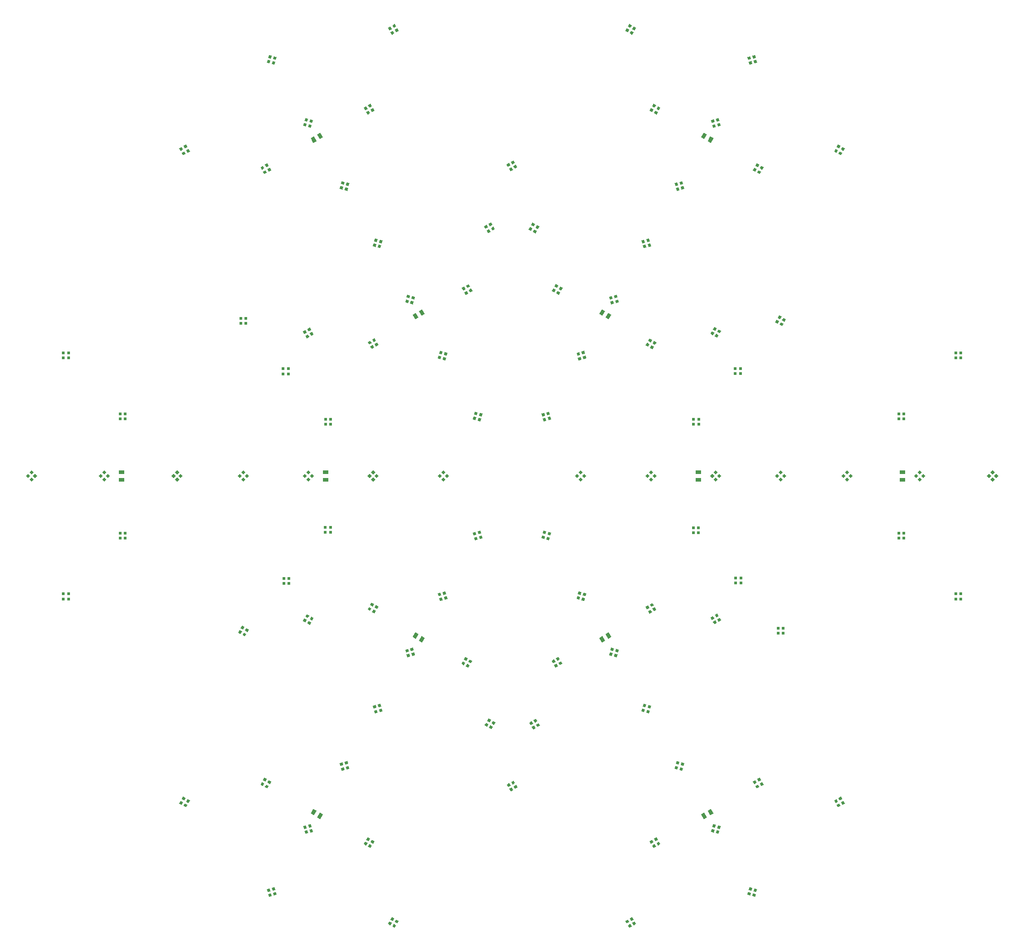
<source format=gbr>
G04 EAGLE Gerber RS-274X export*
G75*
%MOMM*%
%FSLAX34Y34*%
%LPD*%
%INSolderpaste Top*%
%IPPOS*%
%AMOC8*
5,1,8,0,0,1.08239X$1,22.5*%
G01*
%ADD10R,0.550000X0.550000*%
%ADD11R,0.550000X0.550000*%
%ADD12R,1.000000X0.700000*%
%ADD13R,0.700000X1.000000*%


D10*
G36*
X956717Y981111D02*
X952828Y985000D01*
X956717Y988889D01*
X960606Y985000D01*
X956717Y981111D01*
G37*
G36*
X950000Y974394D02*
X946111Y978283D01*
X950000Y982172D01*
X953889Y978283D01*
X950000Y974394D01*
G37*
G36*
X943282Y981111D02*
X939393Y985000D01*
X943282Y988889D01*
X947171Y985000D01*
X943282Y981111D01*
G37*
G36*
X950000Y987829D02*
X946111Y991718D01*
X950000Y995607D01*
X953889Y991718D01*
X950000Y987829D01*
G37*
G36*
X824217Y981111D02*
X820328Y985000D01*
X824217Y988889D01*
X828106Y985000D01*
X824217Y981111D01*
G37*
G36*
X817500Y974393D02*
X813611Y978282D01*
X817500Y982171D01*
X821389Y978282D01*
X817500Y974393D01*
G37*
G36*
X810782Y981111D02*
X806893Y985000D01*
X810782Y988889D01*
X814671Y985000D01*
X810782Y981111D01*
G37*
G36*
X817500Y987829D02*
X813611Y991718D01*
X817500Y995607D01*
X821389Y991718D01*
X817500Y987829D01*
G37*
D11*
X737250Y1082750D03*
X727750Y1082750D03*
X727750Y1092250D03*
X737250Y1092250D03*
X657250Y1177750D03*
X647750Y1177750D03*
X647750Y1187250D03*
X657250Y1187250D03*
X567750Y1272750D03*
X567750Y1282250D03*
X577250Y1282250D03*
X577250Y1272750D03*
D10*
G36*
X689517Y1260495D02*
X692267Y1255733D01*
X687505Y1252983D01*
X684755Y1257745D01*
X689517Y1260495D01*
G37*
G36*
X697745Y1265245D02*
X700495Y1260483D01*
X695733Y1257733D01*
X692983Y1262495D01*
X697745Y1265245D01*
G37*
G36*
X702495Y1257017D02*
X705245Y1252255D01*
X700483Y1249505D01*
X697733Y1254267D01*
X702495Y1257017D01*
G37*
G36*
X694267Y1252267D02*
X697017Y1247505D01*
X692255Y1244755D01*
X689505Y1249517D01*
X694267Y1252267D01*
G37*
D12*
X342500Y992000D03*
X342500Y978000D03*
D10*
G36*
X812017Y1240495D02*
X814767Y1235733D01*
X810005Y1232983D01*
X807255Y1237745D01*
X812017Y1240495D01*
G37*
G36*
X820245Y1245245D02*
X822995Y1240483D01*
X818233Y1237733D01*
X815483Y1242495D01*
X820245Y1245245D01*
G37*
G36*
X824995Y1237017D02*
X827745Y1232255D01*
X822983Y1229505D01*
X820233Y1234267D01*
X824995Y1237017D01*
G37*
G36*
X816767Y1232267D02*
X819517Y1227505D01*
X814755Y1224755D01*
X812005Y1229517D01*
X816767Y1232267D01*
G37*
G36*
X701718Y981111D02*
X697829Y985000D01*
X701718Y988889D01*
X705607Y985000D01*
X701718Y981111D01*
G37*
G36*
X695000Y974393D02*
X691111Y978282D01*
X695000Y982171D01*
X698889Y978282D01*
X695000Y974393D01*
G37*
G36*
X688283Y981111D02*
X684394Y985000D01*
X688283Y988889D01*
X692172Y985000D01*
X688283Y981111D01*
G37*
G36*
X695000Y987829D02*
X691111Y991718D01*
X695000Y995607D01*
X698889Y991718D01*
X695000Y987829D01*
G37*
G36*
X579217Y981111D02*
X575328Y985000D01*
X579217Y988889D01*
X583106Y985000D01*
X579217Y981111D01*
G37*
G36*
X572500Y974393D02*
X568611Y978282D01*
X572500Y982171D01*
X576389Y978282D01*
X572500Y974393D01*
G37*
G36*
X565782Y981111D02*
X561893Y985000D01*
X565782Y988889D01*
X569671Y985000D01*
X565782Y981111D01*
G37*
G36*
X572500Y987829D02*
X568611Y991718D01*
X572500Y995607D01*
X576389Y991718D01*
X572500Y987829D01*
G37*
G36*
X454218Y981111D02*
X450329Y985000D01*
X454218Y988889D01*
X458107Y985000D01*
X454218Y981111D01*
G37*
G36*
X447500Y974393D02*
X443611Y978282D01*
X447500Y982171D01*
X451389Y978282D01*
X447500Y974393D01*
G37*
G36*
X440782Y981111D02*
X436893Y985000D01*
X440782Y988889D01*
X444671Y985000D01*
X440782Y981111D01*
G37*
G36*
X447500Y987829D02*
X443611Y991718D01*
X447500Y995607D01*
X451389Y991718D01*
X447500Y987829D01*
G37*
D11*
X349750Y1092750D03*
X340250Y1092750D03*
X340250Y1102250D03*
X349750Y1102250D03*
X242250Y1207750D03*
X232750Y1207750D03*
X232750Y1217250D03*
X242250Y1217250D03*
X349750Y877250D03*
X349750Y867750D03*
X340250Y867750D03*
X340250Y877250D03*
X242250Y762250D03*
X242250Y752750D03*
X232750Y752750D03*
X232750Y762250D03*
D10*
G36*
X316718Y981111D02*
X312829Y985000D01*
X316718Y988889D01*
X320607Y985000D01*
X316718Y981111D01*
G37*
G36*
X310000Y974393D02*
X306111Y978282D01*
X310000Y982171D01*
X313889Y978282D01*
X310000Y974393D01*
G37*
G36*
X303283Y981111D02*
X299394Y985000D01*
X303283Y988889D01*
X307172Y985000D01*
X303283Y981111D01*
G37*
G36*
X310000Y987829D02*
X306111Y991718D01*
X310000Y995607D01*
X313889Y991718D01*
X310000Y987829D01*
G37*
G36*
X179217Y981111D02*
X175328Y985000D01*
X179217Y988889D01*
X183106Y985000D01*
X179217Y981111D01*
G37*
G36*
X172500Y974393D02*
X168611Y978282D01*
X172500Y982171D01*
X176389Y978282D01*
X172500Y974393D01*
G37*
G36*
X165782Y981111D02*
X161893Y985000D01*
X165782Y988889D01*
X169671Y985000D01*
X165782Y981111D01*
G37*
G36*
X172500Y987828D02*
X168611Y991717D01*
X172500Y995606D01*
X176389Y991717D01*
X172500Y987828D01*
G37*
D12*
X727500Y992000D03*
X727500Y978000D03*
D10*
G36*
X1021550Y876597D02*
X1016238Y875173D01*
X1014814Y880485D01*
X1020126Y881909D01*
X1021550Y876597D01*
G37*
G36*
X1024009Y867421D02*
X1018697Y865997D01*
X1017273Y871309D01*
X1022585Y872733D01*
X1024009Y867421D01*
G37*
G36*
X1014832Y864962D02*
X1009520Y863538D01*
X1008096Y868850D01*
X1013408Y870274D01*
X1014832Y864962D01*
G37*
G36*
X1012373Y874138D02*
X1007061Y872714D01*
X1005637Y878026D01*
X1010949Y879450D01*
X1012373Y874138D01*
G37*
G36*
X955300Y761848D02*
X949988Y760424D01*
X948564Y765736D01*
X953876Y767160D01*
X955300Y761848D01*
G37*
G36*
X957759Y752672D02*
X952447Y751248D01*
X951023Y756560D01*
X956335Y757984D01*
X957759Y752672D01*
G37*
G36*
X948582Y750213D02*
X943270Y748789D01*
X941846Y754101D01*
X947158Y755525D01*
X948582Y750213D01*
G37*
G36*
X946123Y759390D02*
X940811Y757966D01*
X939387Y763278D01*
X944699Y764702D01*
X946123Y759390D01*
G37*
G36*
X824800Y733595D02*
X820038Y736345D01*
X822788Y741107D01*
X827550Y738357D01*
X824800Y733595D01*
G37*
G36*
X820050Y725368D02*
X815288Y728118D01*
X818038Y732880D01*
X822800Y730130D01*
X820050Y725368D01*
G37*
G36*
X811823Y730118D02*
X807061Y732868D01*
X809811Y737630D01*
X814573Y734880D01*
X811823Y730118D01*
G37*
G36*
X816573Y738345D02*
X811811Y741095D01*
X814561Y745857D01*
X819323Y743107D01*
X816573Y738345D01*
G37*
G36*
X702528Y711813D02*
X697766Y714563D01*
X700516Y719325D01*
X705278Y716575D01*
X702528Y711813D01*
G37*
G36*
X697778Y703586D02*
X693016Y706336D01*
X695766Y711098D01*
X700528Y708348D01*
X697778Y703586D01*
G37*
G36*
X689550Y708336D02*
X684788Y711086D01*
X687538Y715848D01*
X692300Y713098D01*
X689550Y708336D01*
G37*
G36*
X694300Y716563D02*
X689538Y719313D01*
X692288Y724075D01*
X697050Y721325D01*
X694300Y716563D01*
G37*
G36*
X570743Y684554D02*
X573493Y689316D01*
X578255Y686566D01*
X575505Y681804D01*
X570743Y684554D01*
G37*
G36*
X562516Y689304D02*
X565266Y694066D01*
X570028Y691316D01*
X567278Y686554D01*
X562516Y689304D01*
G37*
G36*
X567266Y697531D02*
X570016Y702293D01*
X574778Y699543D01*
X572028Y694781D01*
X567266Y697531D01*
G37*
G36*
X575493Y692781D02*
X578243Y697543D01*
X583005Y694793D01*
X580255Y690031D01*
X575493Y692781D01*
G37*
D11*
X648746Y782137D03*
X648746Y791637D03*
X658246Y791637D03*
X658246Y782137D03*
D13*
G36*
X704480Y356193D02*
X710542Y352693D01*
X705542Y344033D01*
X699480Y347533D01*
X704480Y356193D01*
G37*
G36*
X716604Y349193D02*
X722666Y345693D01*
X717666Y337033D01*
X711604Y340533D01*
X716604Y349193D01*
G37*
D11*
X727317Y878225D03*
X727317Y887725D03*
X736817Y887725D03*
X736817Y878225D03*
D10*
G36*
X894050Y655760D02*
X888738Y654336D01*
X887314Y659648D01*
X892626Y661072D01*
X894050Y655760D01*
G37*
G36*
X896509Y646584D02*
X891197Y645160D01*
X889773Y650472D01*
X895085Y651896D01*
X896509Y646584D01*
G37*
G36*
X887332Y644125D02*
X882020Y642701D01*
X880596Y648013D01*
X885908Y649437D01*
X887332Y644125D01*
G37*
G36*
X884873Y653302D02*
X879561Y651878D01*
X878137Y657190D01*
X883449Y658614D01*
X884873Y653302D01*
G37*
G36*
X832800Y549672D02*
X827488Y548248D01*
X826064Y553560D01*
X831376Y554984D01*
X832800Y549672D01*
G37*
G36*
X835259Y540496D02*
X829947Y539072D01*
X828523Y544384D01*
X833835Y545808D01*
X835259Y540496D01*
G37*
G36*
X826082Y538037D02*
X820770Y536613D01*
X819346Y541925D01*
X824658Y543349D01*
X826082Y538037D01*
G37*
G36*
X823623Y547213D02*
X818311Y545789D01*
X816887Y551101D01*
X822199Y552525D01*
X823623Y547213D01*
G37*
G36*
X770300Y441419D02*
X764988Y439995D01*
X763564Y445307D01*
X768876Y446731D01*
X770300Y441419D01*
G37*
G36*
X772759Y432243D02*
X767447Y430819D01*
X766023Y436131D01*
X771335Y437555D01*
X772759Y432243D01*
G37*
G36*
X763582Y429784D02*
X758270Y428360D01*
X756846Y433672D01*
X762158Y435096D01*
X763582Y429784D01*
G37*
G36*
X761123Y438960D02*
X755811Y437536D01*
X754387Y442848D01*
X759699Y444272D01*
X761123Y438960D01*
G37*
G36*
X622390Y403011D02*
X617628Y405761D01*
X620378Y410523D01*
X625140Y407773D01*
X622390Y403011D01*
G37*
G36*
X617640Y394783D02*
X612878Y397533D01*
X615628Y402295D01*
X620390Y399545D01*
X617640Y394783D01*
G37*
G36*
X609413Y399533D02*
X604651Y402283D01*
X607401Y407045D01*
X612163Y404295D01*
X609413Y399533D01*
G37*
G36*
X614163Y407761D02*
X609401Y410511D01*
X612151Y415273D01*
X616913Y412523D01*
X614163Y407761D01*
G37*
G36*
X469047Y367413D02*
X464285Y370163D01*
X467035Y374925D01*
X471797Y372175D01*
X469047Y367413D01*
G37*
G36*
X464297Y359186D02*
X459535Y361936D01*
X462285Y366698D01*
X467047Y363948D01*
X464297Y359186D01*
G37*
G36*
X456070Y363936D02*
X451308Y366686D01*
X454058Y371448D01*
X458820Y368698D01*
X456070Y363936D01*
G37*
G36*
X460820Y372163D02*
X456058Y374913D01*
X458808Y379675D01*
X463570Y376925D01*
X460820Y372163D01*
G37*
G36*
X811768Y300023D02*
X809018Y295261D01*
X804256Y298011D01*
X807006Y302773D01*
X811768Y300023D01*
G37*
G36*
X819995Y295273D02*
X817245Y290511D01*
X812483Y293261D01*
X815233Y298023D01*
X819995Y295273D01*
G37*
G36*
X815245Y287045D02*
X812495Y282283D01*
X807733Y285033D01*
X810483Y289795D01*
X815245Y287045D01*
G37*
G36*
X807018Y291795D02*
X804268Y287033D01*
X799506Y289783D01*
X802256Y294545D01*
X807018Y291795D01*
G37*
G36*
X857611Y149425D02*
X854861Y144663D01*
X850099Y147413D01*
X852849Y152175D01*
X857611Y149425D01*
G37*
G36*
X865838Y144675D02*
X863088Y139913D01*
X858326Y142663D01*
X861076Y147425D01*
X865838Y144675D01*
G37*
G36*
X861088Y136448D02*
X858338Y131686D01*
X853576Y134436D01*
X856326Y139198D01*
X861088Y136448D01*
G37*
G36*
X852861Y141198D02*
X850111Y136436D01*
X845349Y139186D01*
X848099Y143948D01*
X852861Y141198D01*
G37*
G36*
X701550Y322341D02*
X696238Y320917D01*
X694814Y326229D01*
X700126Y327653D01*
X701550Y322341D01*
G37*
G36*
X704009Y313164D02*
X698697Y311740D01*
X697273Y317052D01*
X702585Y318476D01*
X704009Y313164D01*
G37*
G36*
X694832Y310706D02*
X689520Y309282D01*
X688096Y314594D01*
X693408Y316018D01*
X694832Y310706D01*
G37*
G36*
X692373Y319882D02*
X687061Y318458D01*
X685637Y323770D01*
X690949Y325194D01*
X692373Y319882D01*
G37*
G36*
X632800Y203262D02*
X627488Y201838D01*
X626064Y207150D01*
X631376Y208574D01*
X632800Y203262D01*
G37*
G36*
X635259Y194086D02*
X629947Y192662D01*
X628523Y197974D01*
X633835Y199398D01*
X635259Y194086D01*
G37*
G36*
X626082Y191627D02*
X620770Y190203D01*
X619346Y195515D01*
X624658Y196939D01*
X626082Y191627D01*
G37*
G36*
X623623Y200803D02*
X618311Y199379D01*
X616887Y204691D01*
X622199Y206115D01*
X623623Y200803D01*
G37*
D13*
G36*
X896980Y689613D02*
X903042Y686113D01*
X898042Y677453D01*
X891980Y680953D01*
X896980Y689613D01*
G37*
G36*
X909104Y682613D02*
X915166Y679113D01*
X910166Y670453D01*
X904104Y673953D01*
X909104Y682613D01*
G37*
D10*
G36*
X1144478Y880485D02*
X1143054Y875173D01*
X1137742Y876597D01*
X1139166Y881909D01*
X1144478Y880485D01*
G37*
G36*
X1153655Y878026D02*
X1152231Y872714D01*
X1146919Y874138D01*
X1148343Y879450D01*
X1153655Y878026D01*
G37*
G36*
X1151196Y868850D02*
X1149772Y863538D01*
X1144460Y864962D01*
X1145884Y870274D01*
X1151196Y868850D01*
G37*
G36*
X1142019Y871309D02*
X1140595Y865997D01*
X1135283Y867421D01*
X1136707Y872733D01*
X1142019Y871309D01*
G37*
G36*
X1210728Y765736D02*
X1209304Y760424D01*
X1203992Y761848D01*
X1205416Y767160D01*
X1210728Y765736D01*
G37*
G36*
X1219905Y763278D02*
X1218481Y757966D01*
X1213169Y759390D01*
X1214593Y764702D01*
X1219905Y763278D01*
G37*
G36*
X1217446Y754101D02*
X1216022Y748789D01*
X1210710Y750213D01*
X1212134Y755525D01*
X1217446Y754101D01*
G37*
G36*
X1208269Y756560D02*
X1206845Y751248D01*
X1201533Y752672D01*
X1202957Y757984D01*
X1208269Y756560D01*
G37*
G36*
X1169946Y638595D02*
X1165184Y635845D01*
X1162434Y640607D01*
X1167196Y643357D01*
X1169946Y638595D01*
G37*
G36*
X1174696Y630368D02*
X1169934Y627618D01*
X1167184Y632380D01*
X1171946Y635130D01*
X1174696Y630368D01*
G37*
G36*
X1166469Y625618D02*
X1161707Y622868D01*
X1158957Y627630D01*
X1163719Y630380D01*
X1166469Y625618D01*
G37*
G36*
X1161719Y633845D02*
X1156957Y631095D01*
X1154207Y635857D01*
X1158969Y638607D01*
X1161719Y633845D01*
G37*
G36*
X1127674Y521813D02*
X1122912Y519063D01*
X1120162Y523825D01*
X1124924Y526575D01*
X1127674Y521813D01*
G37*
G36*
X1132424Y513586D02*
X1127662Y510836D01*
X1124912Y515598D01*
X1129674Y518348D01*
X1132424Y513586D01*
G37*
G36*
X1124196Y508836D02*
X1119434Y506086D01*
X1116684Y510848D01*
X1121446Y513598D01*
X1124196Y508836D01*
G37*
G36*
X1119446Y517063D02*
X1114684Y514313D01*
X1111934Y519075D01*
X1116696Y521825D01*
X1119446Y517063D01*
G37*
G36*
X1085389Y394054D02*
X1082639Y398816D01*
X1087401Y401566D01*
X1090151Y396804D01*
X1085389Y394054D01*
G37*
G36*
X1077162Y389304D02*
X1074412Y394066D01*
X1079174Y396816D01*
X1081924Y392054D01*
X1077162Y389304D01*
G37*
G36*
X1072412Y397531D02*
X1069662Y402293D01*
X1074424Y405043D01*
X1077174Y400281D01*
X1072412Y397531D01*
G37*
G36*
X1080639Y402281D02*
X1077889Y407043D01*
X1082651Y409793D01*
X1085401Y405031D01*
X1080639Y402281D01*
G37*
G36*
X1036125Y509392D02*
X1038875Y514154D01*
X1043637Y511404D01*
X1040887Y506642D01*
X1036125Y509392D01*
G37*
G36*
X1027897Y514142D02*
X1030647Y518904D01*
X1035409Y516154D01*
X1032659Y511392D01*
X1027897Y514142D01*
G37*
G36*
X1032647Y522369D02*
X1035397Y527131D01*
X1040159Y524381D01*
X1037409Y519619D01*
X1032647Y522369D01*
G37*
G36*
X1040875Y517619D02*
X1043625Y522381D01*
X1048387Y519631D01*
X1045637Y514869D01*
X1040875Y517619D01*
G37*
D13*
G36*
X1436626Y345693D02*
X1442688Y349193D01*
X1447688Y340533D01*
X1441626Y337033D01*
X1436626Y345693D01*
G37*
G36*
X1448750Y352693D02*
X1454812Y356193D01*
X1459812Y347533D01*
X1453750Y344033D01*
X1448750Y352693D01*
G37*
D10*
G36*
X992195Y625480D02*
X994945Y630242D01*
X999707Y627492D01*
X996957Y622730D01*
X992195Y625480D01*
G37*
G36*
X983968Y630230D02*
X986718Y634992D01*
X991480Y632242D01*
X988730Y627480D01*
X983968Y630230D01*
G37*
G36*
X988718Y638458D02*
X991468Y643220D01*
X996230Y640470D01*
X993480Y635708D01*
X988718Y638458D01*
G37*
G36*
X996945Y633708D02*
X999695Y638470D01*
X1004457Y635720D01*
X1001707Y630958D01*
X996945Y633708D01*
G37*
G36*
X1271978Y659648D02*
X1270554Y654336D01*
X1265242Y655760D01*
X1266666Y661072D01*
X1271978Y659648D01*
G37*
G36*
X1281155Y657190D02*
X1279731Y651878D01*
X1274419Y653302D01*
X1275843Y658614D01*
X1281155Y657190D01*
G37*
G36*
X1278696Y648013D02*
X1277272Y642701D01*
X1271960Y644125D01*
X1273384Y649437D01*
X1278696Y648013D01*
G37*
G36*
X1269519Y650472D02*
X1268095Y645160D01*
X1262783Y646584D01*
X1264207Y651896D01*
X1269519Y650472D01*
G37*
G36*
X1333228Y553560D02*
X1331804Y548248D01*
X1326492Y549672D01*
X1327916Y554984D01*
X1333228Y553560D01*
G37*
G36*
X1342405Y551101D02*
X1340981Y545789D01*
X1335669Y547213D01*
X1337093Y552525D01*
X1342405Y551101D01*
G37*
G36*
X1339946Y541925D02*
X1338522Y536613D01*
X1333210Y538037D01*
X1334634Y543349D01*
X1339946Y541925D01*
G37*
G36*
X1330769Y544384D02*
X1329345Y539072D01*
X1324033Y540496D01*
X1325457Y545808D01*
X1330769Y544384D01*
G37*
G36*
X1395728Y445307D02*
X1394304Y439995D01*
X1388992Y441419D01*
X1390416Y446731D01*
X1395728Y445307D01*
G37*
G36*
X1404905Y442848D02*
X1403481Y437536D01*
X1398169Y438960D01*
X1399593Y444272D01*
X1404905Y442848D01*
G37*
G36*
X1402446Y433672D02*
X1401022Y428360D01*
X1395710Y429784D01*
X1397134Y435096D01*
X1402446Y433672D01*
G37*
G36*
X1393269Y436131D02*
X1391845Y430819D01*
X1386533Y432243D01*
X1387957Y437555D01*
X1393269Y436131D01*
G37*
G36*
X1355036Y298011D02*
X1350274Y295261D01*
X1347524Y300023D01*
X1352286Y302773D01*
X1355036Y298011D01*
G37*
G36*
X1359786Y289783D02*
X1355024Y287033D01*
X1352274Y291795D01*
X1357036Y294545D01*
X1359786Y289783D01*
G37*
G36*
X1351559Y285033D02*
X1346797Y282283D01*
X1344047Y287045D01*
X1348809Y289795D01*
X1351559Y285033D01*
G37*
G36*
X1346809Y293261D02*
X1342047Y290511D01*
X1339297Y295273D01*
X1344059Y298023D01*
X1346809Y293261D01*
G37*
G36*
X1309193Y147413D02*
X1304431Y144663D01*
X1301681Y149425D01*
X1306443Y152175D01*
X1309193Y147413D01*
G37*
G36*
X1313943Y139186D02*
X1309181Y136436D01*
X1306431Y141198D01*
X1311193Y143948D01*
X1313943Y139186D01*
G37*
G36*
X1305716Y134436D02*
X1300954Y131686D01*
X1298204Y136448D01*
X1302966Y139198D01*
X1305716Y134436D01*
G37*
G36*
X1300966Y142663D02*
X1296204Y139913D01*
X1293454Y144675D01*
X1298216Y147425D01*
X1300966Y142663D01*
G37*
G36*
X1538914Y410523D02*
X1541664Y405761D01*
X1536902Y403011D01*
X1534152Y407773D01*
X1538914Y410523D01*
G37*
G36*
X1547141Y415273D02*
X1549891Y410511D01*
X1545129Y407761D01*
X1542379Y412523D01*
X1547141Y415273D01*
G37*
G36*
X1551891Y407045D02*
X1554641Y402283D01*
X1549879Y399533D01*
X1547129Y404295D01*
X1551891Y407045D01*
G37*
G36*
X1543664Y402295D02*
X1546414Y397533D01*
X1541652Y394783D01*
X1538902Y399545D01*
X1543664Y402295D01*
G37*
G36*
X1692257Y374925D02*
X1695007Y370163D01*
X1690245Y367413D01*
X1687495Y372175D01*
X1692257Y374925D01*
G37*
G36*
X1700484Y379675D02*
X1703234Y374913D01*
X1698472Y372163D01*
X1695722Y376925D01*
X1700484Y379675D01*
G37*
G36*
X1705234Y371448D02*
X1707984Y366686D01*
X1703222Y363936D01*
X1700472Y368698D01*
X1705234Y371448D01*
G37*
G36*
X1697007Y366698D02*
X1699757Y361936D01*
X1694995Y359186D01*
X1692245Y363948D01*
X1697007Y366698D01*
G37*
G36*
X1464478Y326229D02*
X1463054Y320917D01*
X1457742Y322341D01*
X1459166Y327653D01*
X1464478Y326229D01*
G37*
G36*
X1473655Y323770D02*
X1472231Y318458D01*
X1466919Y319882D01*
X1468343Y325194D01*
X1473655Y323770D01*
G37*
G36*
X1471196Y314594D02*
X1469772Y309282D01*
X1464460Y310706D01*
X1465884Y316018D01*
X1471196Y314594D01*
G37*
G36*
X1462019Y317052D02*
X1460595Y311740D01*
X1455283Y313164D01*
X1456707Y318476D01*
X1462019Y317052D01*
G37*
G36*
X1533228Y207150D02*
X1531804Y201838D01*
X1526492Y203262D01*
X1527916Y208574D01*
X1533228Y207150D01*
G37*
G36*
X1542405Y204691D02*
X1540981Y199379D01*
X1535669Y200803D01*
X1537093Y206115D01*
X1542405Y204691D01*
G37*
G36*
X1539946Y195515D02*
X1538522Y190203D01*
X1533210Y191627D01*
X1534634Y196939D01*
X1539946Y195515D01*
G37*
G36*
X1530769Y197974D02*
X1529345Y192662D01*
X1524033Y194086D01*
X1525457Y199398D01*
X1530769Y197974D01*
G37*
D13*
G36*
X1244126Y679113D02*
X1250188Y682613D01*
X1255188Y673953D01*
X1249126Y670453D01*
X1244126Y679113D01*
G37*
G36*
X1256250Y686113D02*
X1262312Y689613D01*
X1267312Y680953D01*
X1261250Y677453D01*
X1256250Y686113D01*
G37*
D10*
G36*
X1202574Y988889D02*
X1206463Y985000D01*
X1202574Y981111D01*
X1198685Y985000D01*
X1202574Y988889D01*
G37*
G36*
X1209292Y995607D02*
X1213181Y991718D01*
X1209292Y987829D01*
X1205403Y991718D01*
X1209292Y995607D01*
G37*
G36*
X1216009Y988889D02*
X1219898Y985000D01*
X1216009Y981111D01*
X1212120Y985000D01*
X1216009Y988889D01*
G37*
G36*
X1209292Y982171D02*
X1213181Y978282D01*
X1209292Y974393D01*
X1205403Y978282D01*
X1209292Y982171D01*
G37*
G36*
X1335074Y988889D02*
X1338963Y985000D01*
X1335074Y981111D01*
X1331185Y985000D01*
X1335074Y988889D01*
G37*
G36*
X1341792Y995607D02*
X1345681Y991718D01*
X1341792Y987829D01*
X1337903Y991718D01*
X1341792Y995607D01*
G37*
G36*
X1348509Y988889D02*
X1352398Y985000D01*
X1348509Y981111D01*
X1344620Y985000D01*
X1348509Y988889D01*
G37*
G36*
X1341792Y982171D02*
X1345681Y978282D01*
X1341792Y974393D01*
X1337903Y978282D01*
X1341792Y982171D01*
G37*
D11*
X1422042Y887250D03*
X1431542Y887250D03*
X1431542Y877750D03*
X1422042Y877750D03*
X1502042Y792250D03*
X1511542Y792250D03*
X1511542Y782750D03*
X1502042Y782750D03*
X1591542Y697250D03*
X1591542Y687750D03*
X1582042Y687750D03*
X1582042Y697250D03*
D10*
G36*
X1469775Y709505D02*
X1467025Y714267D01*
X1471787Y717017D01*
X1474537Y712255D01*
X1469775Y709505D01*
G37*
G36*
X1461547Y704755D02*
X1458797Y709517D01*
X1463559Y712267D01*
X1466309Y707505D01*
X1461547Y704755D01*
G37*
G36*
X1456797Y712983D02*
X1454047Y717745D01*
X1458809Y720495D01*
X1461559Y715733D01*
X1456797Y712983D01*
G37*
G36*
X1465025Y717733D02*
X1462275Y722495D01*
X1467037Y725245D01*
X1469787Y720483D01*
X1465025Y717733D01*
G37*
D12*
X1816792Y978000D03*
X1816792Y992000D03*
D10*
G36*
X1347275Y729505D02*
X1344525Y734267D01*
X1349287Y737017D01*
X1352037Y732255D01*
X1347275Y729505D01*
G37*
G36*
X1339047Y724755D02*
X1336297Y729517D01*
X1341059Y732267D01*
X1343809Y727505D01*
X1339047Y724755D01*
G37*
G36*
X1334297Y732983D02*
X1331547Y737745D01*
X1336309Y740495D01*
X1339059Y735733D01*
X1334297Y732983D01*
G37*
G36*
X1342525Y737733D02*
X1339775Y742495D01*
X1344537Y745245D01*
X1347287Y740483D01*
X1342525Y737733D01*
G37*
G36*
X1457574Y988889D02*
X1461463Y985000D01*
X1457574Y981111D01*
X1453685Y985000D01*
X1457574Y988889D01*
G37*
G36*
X1464292Y995607D02*
X1468181Y991718D01*
X1464292Y987829D01*
X1460403Y991718D01*
X1464292Y995607D01*
G37*
G36*
X1471009Y988889D02*
X1474898Y985000D01*
X1471009Y981111D01*
X1467120Y985000D01*
X1471009Y988889D01*
G37*
G36*
X1464292Y982171D02*
X1468181Y978282D01*
X1464292Y974393D01*
X1460403Y978282D01*
X1464292Y982171D01*
G37*
G36*
X1580074Y988889D02*
X1583963Y985000D01*
X1580074Y981111D01*
X1576185Y985000D01*
X1580074Y988889D01*
G37*
G36*
X1586792Y995607D02*
X1590681Y991718D01*
X1586792Y987829D01*
X1582903Y991718D01*
X1586792Y995607D01*
G37*
G36*
X1593509Y988889D02*
X1597398Y985000D01*
X1593509Y981111D01*
X1589620Y985000D01*
X1593509Y988889D01*
G37*
G36*
X1586792Y982171D02*
X1590681Y978282D01*
X1586792Y974393D01*
X1582903Y978282D01*
X1586792Y982171D01*
G37*
G36*
X1705074Y988889D02*
X1708963Y985000D01*
X1705074Y981111D01*
X1701185Y985000D01*
X1705074Y988889D01*
G37*
G36*
X1711792Y995607D02*
X1715681Y991718D01*
X1711792Y987829D01*
X1707903Y991718D01*
X1711792Y995607D01*
G37*
G36*
X1718509Y988889D02*
X1722398Y985000D01*
X1718509Y981111D01*
X1714620Y985000D01*
X1718509Y988889D01*
G37*
G36*
X1711792Y982171D02*
X1715681Y978282D01*
X1711792Y974393D01*
X1707903Y978282D01*
X1711792Y982171D01*
G37*
D11*
X1809542Y877250D03*
X1819042Y877250D03*
X1819042Y867750D03*
X1809542Y867750D03*
X1917042Y762250D03*
X1926542Y762250D03*
X1926542Y752750D03*
X1917042Y752750D03*
X1809542Y1092750D03*
X1809542Y1102250D03*
X1819042Y1102250D03*
X1819042Y1092750D03*
X1917042Y1207750D03*
X1917042Y1217250D03*
X1926542Y1217250D03*
X1926542Y1207750D03*
D10*
G36*
X1842574Y988889D02*
X1846463Y985000D01*
X1842574Y981111D01*
X1838685Y985000D01*
X1842574Y988889D01*
G37*
G36*
X1849292Y995607D02*
X1853181Y991718D01*
X1849292Y987829D01*
X1845403Y991718D01*
X1849292Y995607D01*
G37*
G36*
X1856009Y988889D02*
X1859898Y985000D01*
X1856009Y981111D01*
X1852120Y985000D01*
X1856009Y988889D01*
G37*
G36*
X1849292Y982171D02*
X1853181Y978282D01*
X1849292Y974393D01*
X1845403Y978282D01*
X1849292Y982171D01*
G37*
G36*
X1980074Y988889D02*
X1983963Y985000D01*
X1980074Y981111D01*
X1976185Y985000D01*
X1980074Y988889D01*
G37*
G36*
X1986792Y995607D02*
X1990681Y991718D01*
X1986792Y987829D01*
X1982903Y991718D01*
X1986792Y995607D01*
G37*
G36*
X1993510Y988889D02*
X1997399Y985000D01*
X1993510Y981111D01*
X1989621Y985000D01*
X1993510Y988889D01*
G37*
G36*
X1986792Y982172D02*
X1990681Y978283D01*
X1986792Y974394D01*
X1982903Y978283D01*
X1986792Y982172D01*
G37*
D12*
X1431792Y978000D03*
X1431792Y992000D03*
D10*
G36*
X1137742Y1093403D02*
X1143054Y1094827D01*
X1144478Y1089515D01*
X1139166Y1088091D01*
X1137742Y1093403D01*
G37*
G36*
X1135283Y1102579D02*
X1140595Y1104003D01*
X1142019Y1098691D01*
X1136707Y1097267D01*
X1135283Y1102579D01*
G37*
G36*
X1144460Y1105038D02*
X1149772Y1106462D01*
X1151196Y1101150D01*
X1145884Y1099726D01*
X1144460Y1105038D01*
G37*
G36*
X1146919Y1095862D02*
X1152231Y1097286D01*
X1153655Y1091974D01*
X1148343Y1090550D01*
X1146919Y1095862D01*
G37*
G36*
X1203992Y1208152D02*
X1209304Y1209576D01*
X1210728Y1204264D01*
X1205416Y1202840D01*
X1203992Y1208152D01*
G37*
G36*
X1201533Y1217328D02*
X1206845Y1218752D01*
X1208269Y1213440D01*
X1202957Y1212016D01*
X1201533Y1217328D01*
G37*
G36*
X1210710Y1219787D02*
X1216022Y1221211D01*
X1217446Y1215899D01*
X1212134Y1214475D01*
X1210710Y1219787D01*
G37*
G36*
X1213169Y1210610D02*
X1218481Y1212034D01*
X1219905Y1206722D01*
X1214593Y1205298D01*
X1213169Y1210610D01*
G37*
G36*
X1334492Y1236405D02*
X1339254Y1233655D01*
X1336504Y1228893D01*
X1331742Y1231643D01*
X1334492Y1236405D01*
G37*
G36*
X1339242Y1244632D02*
X1344004Y1241882D01*
X1341254Y1237120D01*
X1336492Y1239870D01*
X1339242Y1244632D01*
G37*
G36*
X1347469Y1239882D02*
X1352231Y1237132D01*
X1349481Y1232370D01*
X1344719Y1235120D01*
X1347469Y1239882D01*
G37*
G36*
X1342719Y1231655D02*
X1347481Y1228905D01*
X1344731Y1224143D01*
X1339969Y1226893D01*
X1342719Y1231655D01*
G37*
G36*
X1456764Y1258187D02*
X1461526Y1255437D01*
X1458776Y1250675D01*
X1454014Y1253425D01*
X1456764Y1258187D01*
G37*
G36*
X1461514Y1266414D02*
X1466276Y1263664D01*
X1463526Y1258902D01*
X1458764Y1261652D01*
X1461514Y1266414D01*
G37*
G36*
X1469742Y1261664D02*
X1474504Y1258914D01*
X1471754Y1254152D01*
X1466992Y1256902D01*
X1469742Y1261664D01*
G37*
G36*
X1464992Y1253437D02*
X1469754Y1250687D01*
X1467004Y1245925D01*
X1462242Y1248675D01*
X1464992Y1253437D01*
G37*
G36*
X1588549Y1285446D02*
X1585799Y1280684D01*
X1581037Y1283434D01*
X1583787Y1288196D01*
X1588549Y1285446D01*
G37*
G36*
X1596776Y1280696D02*
X1594026Y1275934D01*
X1589264Y1278684D01*
X1592014Y1283446D01*
X1596776Y1280696D01*
G37*
G36*
X1592026Y1272469D02*
X1589276Y1267707D01*
X1584514Y1270457D01*
X1587264Y1275219D01*
X1592026Y1272469D01*
G37*
G36*
X1583799Y1277219D02*
X1581049Y1272457D01*
X1576287Y1275207D01*
X1579037Y1279969D01*
X1583799Y1277219D01*
G37*
D11*
X1510546Y1187863D03*
X1510546Y1178363D03*
X1501046Y1178363D03*
X1501046Y1187863D03*
D13*
G36*
X1454812Y1613807D02*
X1448750Y1617307D01*
X1453750Y1625967D01*
X1459812Y1622467D01*
X1454812Y1613807D01*
G37*
G36*
X1442688Y1620807D02*
X1436626Y1624307D01*
X1441626Y1632967D01*
X1447688Y1629467D01*
X1442688Y1620807D01*
G37*
D11*
X1431975Y1091775D03*
X1431975Y1082275D03*
X1422475Y1082275D03*
X1422475Y1091775D03*
D10*
G36*
X1265242Y1314240D02*
X1270554Y1315664D01*
X1271978Y1310352D01*
X1266666Y1308928D01*
X1265242Y1314240D01*
G37*
G36*
X1262783Y1323416D02*
X1268095Y1324840D01*
X1269519Y1319528D01*
X1264207Y1318104D01*
X1262783Y1323416D01*
G37*
G36*
X1271960Y1325875D02*
X1277272Y1327299D01*
X1278696Y1321987D01*
X1273384Y1320563D01*
X1271960Y1325875D01*
G37*
G36*
X1274419Y1316698D02*
X1279731Y1318122D01*
X1281155Y1312810D01*
X1275843Y1311386D01*
X1274419Y1316698D01*
G37*
G36*
X1326492Y1420328D02*
X1331804Y1421752D01*
X1333228Y1416440D01*
X1327916Y1415016D01*
X1326492Y1420328D01*
G37*
G36*
X1324033Y1429504D02*
X1329345Y1430928D01*
X1330769Y1425616D01*
X1325457Y1424192D01*
X1324033Y1429504D01*
G37*
G36*
X1333210Y1431963D02*
X1338522Y1433387D01*
X1339946Y1428075D01*
X1334634Y1426651D01*
X1333210Y1431963D01*
G37*
G36*
X1335669Y1422787D02*
X1340981Y1424211D01*
X1342405Y1418899D01*
X1337093Y1417475D01*
X1335669Y1422787D01*
G37*
G36*
X1388992Y1528581D02*
X1394304Y1530005D01*
X1395728Y1524693D01*
X1390416Y1523269D01*
X1388992Y1528581D01*
G37*
G36*
X1386533Y1537757D02*
X1391845Y1539181D01*
X1393269Y1533869D01*
X1387957Y1532445D01*
X1386533Y1537757D01*
G37*
G36*
X1395710Y1540216D02*
X1401022Y1541640D01*
X1402446Y1536328D01*
X1397134Y1534904D01*
X1395710Y1540216D01*
G37*
G36*
X1398169Y1531040D02*
X1403481Y1532464D01*
X1404905Y1527152D01*
X1399593Y1525728D01*
X1398169Y1531040D01*
G37*
G36*
X1536902Y1566989D02*
X1541664Y1564239D01*
X1538914Y1559477D01*
X1534152Y1562227D01*
X1536902Y1566989D01*
G37*
G36*
X1541652Y1575217D02*
X1546414Y1572467D01*
X1543664Y1567705D01*
X1538902Y1570455D01*
X1541652Y1575217D01*
G37*
G36*
X1549879Y1570467D02*
X1554641Y1567717D01*
X1551891Y1562955D01*
X1547129Y1565705D01*
X1549879Y1570467D01*
G37*
G36*
X1545129Y1562239D02*
X1549891Y1559489D01*
X1547141Y1554727D01*
X1542379Y1557477D01*
X1545129Y1562239D01*
G37*
G36*
X1690245Y1602587D02*
X1695007Y1599837D01*
X1692257Y1595075D01*
X1687495Y1597825D01*
X1690245Y1602587D01*
G37*
G36*
X1694995Y1610814D02*
X1699757Y1608064D01*
X1697007Y1603302D01*
X1692245Y1606052D01*
X1694995Y1610814D01*
G37*
G36*
X1703222Y1606064D02*
X1707984Y1603314D01*
X1705234Y1598552D01*
X1700472Y1601302D01*
X1703222Y1606064D01*
G37*
G36*
X1698472Y1597837D02*
X1703234Y1595087D01*
X1700484Y1590325D01*
X1695722Y1593075D01*
X1698472Y1597837D01*
G37*
G36*
X1347524Y1669977D02*
X1350274Y1674739D01*
X1355036Y1671989D01*
X1352286Y1667227D01*
X1347524Y1669977D01*
G37*
G36*
X1339297Y1674727D02*
X1342047Y1679489D01*
X1346809Y1676739D01*
X1344059Y1671977D01*
X1339297Y1674727D01*
G37*
G36*
X1344047Y1682955D02*
X1346797Y1687717D01*
X1351559Y1684967D01*
X1348809Y1680205D01*
X1344047Y1682955D01*
G37*
G36*
X1352274Y1678205D02*
X1355024Y1682967D01*
X1359786Y1680217D01*
X1357036Y1675455D01*
X1352274Y1678205D01*
G37*
G36*
X1301681Y1820575D02*
X1304431Y1825337D01*
X1309193Y1822587D01*
X1306443Y1817825D01*
X1301681Y1820575D01*
G37*
G36*
X1293454Y1825325D02*
X1296204Y1830087D01*
X1300966Y1827337D01*
X1298216Y1822575D01*
X1293454Y1825325D01*
G37*
G36*
X1298204Y1833552D02*
X1300954Y1838314D01*
X1305716Y1835564D01*
X1302966Y1830802D01*
X1298204Y1833552D01*
G37*
G36*
X1306431Y1828802D02*
X1309181Y1833564D01*
X1313943Y1830814D01*
X1311193Y1826052D01*
X1306431Y1828802D01*
G37*
G36*
X1457742Y1647659D02*
X1463054Y1649083D01*
X1464478Y1643771D01*
X1459166Y1642347D01*
X1457742Y1647659D01*
G37*
G36*
X1455283Y1656836D02*
X1460595Y1658260D01*
X1462019Y1652948D01*
X1456707Y1651524D01*
X1455283Y1656836D01*
G37*
G36*
X1464460Y1659295D02*
X1469772Y1660719D01*
X1471196Y1655407D01*
X1465884Y1653983D01*
X1464460Y1659295D01*
G37*
G36*
X1466919Y1650118D02*
X1472231Y1651542D01*
X1473655Y1646230D01*
X1468343Y1644806D01*
X1466919Y1650118D01*
G37*
G36*
X1526492Y1766738D02*
X1531804Y1768162D01*
X1533228Y1762850D01*
X1527916Y1761426D01*
X1526492Y1766738D01*
G37*
G36*
X1524033Y1775914D02*
X1529345Y1777338D01*
X1530769Y1772026D01*
X1525457Y1770602D01*
X1524033Y1775914D01*
G37*
G36*
X1533210Y1778373D02*
X1538522Y1779797D01*
X1539946Y1774485D01*
X1534634Y1773061D01*
X1533210Y1778373D01*
G37*
G36*
X1535669Y1769197D02*
X1540981Y1770621D01*
X1542405Y1765309D01*
X1537093Y1763885D01*
X1535669Y1769197D01*
G37*
D13*
G36*
X1262312Y1280387D02*
X1256250Y1283887D01*
X1261250Y1292547D01*
X1267312Y1289047D01*
X1262312Y1280387D01*
G37*
G36*
X1250188Y1287387D02*
X1244126Y1290887D01*
X1249126Y1299547D01*
X1255188Y1296047D01*
X1250188Y1287387D01*
G37*
D10*
G36*
X1014814Y1089515D02*
X1016238Y1094827D01*
X1021550Y1093403D01*
X1020126Y1088091D01*
X1014814Y1089515D01*
G37*
G36*
X1005637Y1091974D02*
X1007061Y1097286D01*
X1012373Y1095862D01*
X1010949Y1090550D01*
X1005637Y1091974D01*
G37*
G36*
X1008096Y1101150D02*
X1009520Y1106462D01*
X1014832Y1105038D01*
X1013408Y1099726D01*
X1008096Y1101150D01*
G37*
G36*
X1017273Y1098691D02*
X1018697Y1104003D01*
X1024009Y1102579D01*
X1022585Y1097267D01*
X1017273Y1098691D01*
G37*
G36*
X948564Y1204264D02*
X949988Y1209576D01*
X955300Y1208152D01*
X953876Y1202840D01*
X948564Y1204264D01*
G37*
G36*
X939387Y1206722D02*
X940811Y1212034D01*
X946123Y1210610D01*
X944699Y1205298D01*
X939387Y1206722D01*
G37*
G36*
X941846Y1215899D02*
X943270Y1221211D01*
X948582Y1219787D01*
X947158Y1214475D01*
X941846Y1215899D01*
G37*
G36*
X951023Y1213440D02*
X952447Y1218752D01*
X957759Y1217328D01*
X956335Y1212016D01*
X951023Y1213440D01*
G37*
G36*
X989346Y1331405D02*
X994108Y1334155D01*
X996858Y1329393D01*
X992096Y1326643D01*
X989346Y1331405D01*
G37*
G36*
X984596Y1339632D02*
X989358Y1342382D01*
X992108Y1337620D01*
X987346Y1334870D01*
X984596Y1339632D01*
G37*
G36*
X992823Y1344382D02*
X997585Y1347132D01*
X1000335Y1342370D01*
X995573Y1339620D01*
X992823Y1344382D01*
G37*
G36*
X997573Y1336155D02*
X1002335Y1338905D01*
X1005085Y1334143D01*
X1000323Y1331393D01*
X997573Y1336155D01*
G37*
G36*
X1031618Y1448187D02*
X1036380Y1450937D01*
X1039130Y1446175D01*
X1034368Y1443425D01*
X1031618Y1448187D01*
G37*
G36*
X1026868Y1456414D02*
X1031630Y1459164D01*
X1034380Y1454402D01*
X1029618Y1451652D01*
X1026868Y1456414D01*
G37*
G36*
X1035096Y1461164D02*
X1039858Y1463914D01*
X1042608Y1459152D01*
X1037846Y1456402D01*
X1035096Y1461164D01*
G37*
G36*
X1039846Y1452937D02*
X1044608Y1455687D01*
X1047358Y1450925D01*
X1042596Y1448175D01*
X1039846Y1452937D01*
G37*
G36*
X1073903Y1575946D02*
X1076653Y1571184D01*
X1071891Y1568434D01*
X1069141Y1573196D01*
X1073903Y1575946D01*
G37*
G36*
X1082130Y1580696D02*
X1084880Y1575934D01*
X1080118Y1573184D01*
X1077368Y1577946D01*
X1082130Y1580696D01*
G37*
G36*
X1086880Y1572469D02*
X1089630Y1567707D01*
X1084868Y1564957D01*
X1082118Y1569719D01*
X1086880Y1572469D01*
G37*
G36*
X1078653Y1567719D02*
X1081403Y1562957D01*
X1076641Y1560207D01*
X1073891Y1564969D01*
X1078653Y1567719D01*
G37*
G36*
X1123167Y1460608D02*
X1120417Y1455846D01*
X1115655Y1458596D01*
X1118405Y1463358D01*
X1123167Y1460608D01*
G37*
G36*
X1131394Y1455858D02*
X1128644Y1451096D01*
X1123882Y1453846D01*
X1126632Y1458608D01*
X1131394Y1455858D01*
G37*
G36*
X1126644Y1447631D02*
X1123894Y1442869D01*
X1119132Y1445619D01*
X1121882Y1450381D01*
X1126644Y1447631D01*
G37*
G36*
X1118417Y1452381D02*
X1115667Y1447619D01*
X1110905Y1450369D01*
X1113655Y1455131D01*
X1118417Y1452381D01*
G37*
D13*
G36*
X722666Y1624307D02*
X716604Y1620807D01*
X711604Y1629467D01*
X717666Y1632967D01*
X722666Y1624307D01*
G37*
G36*
X710542Y1617307D02*
X704480Y1613807D01*
X699480Y1622467D01*
X705542Y1625967D01*
X710542Y1617307D01*
G37*
D10*
G36*
X1167097Y1344520D02*
X1164347Y1339758D01*
X1159585Y1342508D01*
X1162335Y1347270D01*
X1167097Y1344520D01*
G37*
G36*
X1175324Y1339770D02*
X1172574Y1335008D01*
X1167812Y1337758D01*
X1170562Y1342520D01*
X1175324Y1339770D01*
G37*
G36*
X1170574Y1331542D02*
X1167824Y1326780D01*
X1163062Y1329530D01*
X1165812Y1334292D01*
X1170574Y1331542D01*
G37*
G36*
X1162347Y1336292D02*
X1159597Y1331530D01*
X1154835Y1334280D01*
X1157585Y1339042D01*
X1162347Y1336292D01*
G37*
G36*
X887314Y1310352D02*
X888738Y1315664D01*
X894050Y1314240D01*
X892626Y1308928D01*
X887314Y1310352D01*
G37*
G36*
X878137Y1312810D02*
X879561Y1318122D01*
X884873Y1316698D01*
X883449Y1311386D01*
X878137Y1312810D01*
G37*
G36*
X880596Y1321987D02*
X882020Y1327299D01*
X887332Y1325875D01*
X885908Y1320563D01*
X880596Y1321987D01*
G37*
G36*
X889773Y1319528D02*
X891197Y1324840D01*
X896509Y1323416D01*
X895085Y1318104D01*
X889773Y1319528D01*
G37*
G36*
X826064Y1416440D02*
X827488Y1421752D01*
X832800Y1420328D01*
X831376Y1415016D01*
X826064Y1416440D01*
G37*
G36*
X816887Y1418899D02*
X818311Y1424211D01*
X823623Y1422787D01*
X822199Y1417475D01*
X816887Y1418899D01*
G37*
G36*
X819346Y1428075D02*
X820770Y1433387D01*
X826082Y1431963D01*
X824658Y1426651D01*
X819346Y1428075D01*
G37*
G36*
X828523Y1425616D02*
X829947Y1430928D01*
X835259Y1429504D01*
X833835Y1424192D01*
X828523Y1425616D01*
G37*
G36*
X763564Y1524693D02*
X764988Y1530005D01*
X770300Y1528581D01*
X768876Y1523269D01*
X763564Y1524693D01*
G37*
G36*
X754387Y1527152D02*
X755811Y1532464D01*
X761123Y1531040D01*
X759699Y1525728D01*
X754387Y1527152D01*
G37*
G36*
X756846Y1536328D02*
X758270Y1541640D01*
X763582Y1540216D01*
X762158Y1534904D01*
X756846Y1536328D01*
G37*
G36*
X766023Y1533869D02*
X767447Y1539181D01*
X772759Y1537757D01*
X771335Y1532445D01*
X766023Y1533869D01*
G37*
G36*
X804256Y1671989D02*
X809018Y1674739D01*
X811768Y1669977D01*
X807006Y1667227D01*
X804256Y1671989D01*
G37*
G36*
X799506Y1680217D02*
X804268Y1682967D01*
X807018Y1678205D01*
X802256Y1675455D01*
X799506Y1680217D01*
G37*
G36*
X807733Y1684967D02*
X812495Y1687717D01*
X815245Y1682955D01*
X810483Y1680205D01*
X807733Y1684967D01*
G37*
G36*
X812483Y1676739D02*
X817245Y1679489D01*
X819995Y1674727D01*
X815233Y1671977D01*
X812483Y1676739D01*
G37*
G36*
X850099Y1822587D02*
X854861Y1825337D01*
X857611Y1820575D01*
X852849Y1817825D01*
X850099Y1822587D01*
G37*
G36*
X845349Y1830814D02*
X850111Y1833564D01*
X852861Y1828802D01*
X848099Y1826052D01*
X845349Y1830814D01*
G37*
G36*
X853576Y1835564D02*
X858338Y1838314D01*
X861088Y1833552D01*
X856326Y1830802D01*
X853576Y1835564D01*
G37*
G36*
X858326Y1827337D02*
X863088Y1830087D01*
X865838Y1825325D01*
X861076Y1822575D01*
X858326Y1827337D01*
G37*
G36*
X620378Y1559477D02*
X617628Y1564239D01*
X622390Y1566989D01*
X625140Y1562227D01*
X620378Y1559477D01*
G37*
G36*
X612151Y1554727D02*
X609401Y1559489D01*
X614163Y1562239D01*
X616913Y1557477D01*
X612151Y1554727D01*
G37*
G36*
X607401Y1562955D02*
X604651Y1567717D01*
X609413Y1570467D01*
X612163Y1565705D01*
X607401Y1562955D01*
G37*
G36*
X615628Y1567705D02*
X612878Y1572467D01*
X617640Y1575217D01*
X620390Y1570455D01*
X615628Y1567705D01*
G37*
G36*
X467035Y1595075D02*
X464285Y1599837D01*
X469047Y1602587D01*
X471797Y1597825D01*
X467035Y1595075D01*
G37*
G36*
X458808Y1590325D02*
X456058Y1595087D01*
X460820Y1597837D01*
X463570Y1593075D01*
X458808Y1590325D01*
G37*
G36*
X454058Y1598552D02*
X451308Y1603314D01*
X456070Y1606064D01*
X458820Y1601302D01*
X454058Y1598552D01*
G37*
G36*
X462285Y1603302D02*
X459535Y1608064D01*
X464297Y1610814D01*
X467047Y1606052D01*
X462285Y1603302D01*
G37*
G36*
X694814Y1643771D02*
X696238Y1649083D01*
X701550Y1647659D01*
X700126Y1642347D01*
X694814Y1643771D01*
G37*
G36*
X685637Y1646230D02*
X687061Y1651542D01*
X692373Y1650118D01*
X690949Y1644806D01*
X685637Y1646230D01*
G37*
G36*
X688096Y1655407D02*
X689520Y1660719D01*
X694832Y1659295D01*
X693408Y1653983D01*
X688096Y1655407D01*
G37*
G36*
X697273Y1652948D02*
X698697Y1658260D01*
X704009Y1656836D01*
X702585Y1651524D01*
X697273Y1652948D01*
G37*
G36*
X626064Y1762850D02*
X627488Y1768162D01*
X632800Y1766738D01*
X631376Y1761426D01*
X626064Y1762850D01*
G37*
G36*
X616887Y1765309D02*
X618311Y1770621D01*
X623623Y1769197D01*
X622199Y1763885D01*
X616887Y1765309D01*
G37*
G36*
X619346Y1774485D02*
X620770Y1779797D01*
X626082Y1778373D01*
X624658Y1773061D01*
X619346Y1774485D01*
G37*
G36*
X628523Y1772026D02*
X629947Y1777338D01*
X635259Y1775914D01*
X633835Y1770602D01*
X628523Y1772026D01*
G37*
D13*
G36*
X915166Y1290887D02*
X909104Y1287387D01*
X904104Y1296047D01*
X910166Y1299547D01*
X915166Y1290887D01*
G37*
G36*
X903042Y1283887D02*
X896980Y1280387D01*
X891980Y1289047D01*
X898042Y1292547D01*
X903042Y1283887D01*
G37*
M02*

</source>
